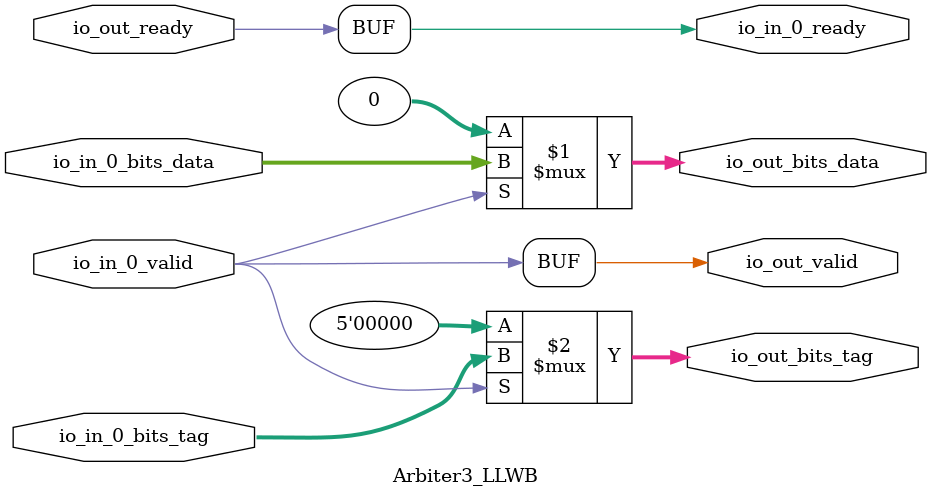
<source format=sv>
module Arbiter3_LLWB(	// @[src/main/scala/chisel3/util/Arbiter.scala:133:7]
  output        io_in_0_ready,	// @[src/main/scala/chisel3/util/Arbiter.scala:140:14]
  input         io_in_0_valid,	// @[src/main/scala/chisel3/util/Arbiter.scala:140:14]
  input  [31:0] io_in_0_bits_data,	// @[src/main/scala/chisel3/util/Arbiter.scala:140:14]
  input  [4:0]  io_in_0_bits_tag,	// @[src/main/scala/chisel3/util/Arbiter.scala:140:14]
  input         io_out_ready,	// @[src/main/scala/chisel3/util/Arbiter.scala:140:14]
  output        io_out_valid,	// @[src/main/scala/chisel3/util/Arbiter.scala:140:14]
  output [31:0] io_out_bits_data,	// @[src/main/scala/chisel3/util/Arbiter.scala:140:14]
  output [4:0]  io_out_bits_tag	// @[src/main/scala/chisel3/util/Arbiter.scala:140:14]
);

  assign io_in_0_ready = io_out_ready;	// @[src/main/scala/chisel3/util/Arbiter.scala:133:7]
  assign io_out_valid = io_in_0_valid;	// @[src/main/scala/chisel3/util/Arbiter.scala:133:7]
  assign io_out_bits_data = io_in_0_valid ? io_in_0_bits_data : 32'h0;	// @[src/main/scala/chisel3/util/Arbiter.scala:133:7, :140:14, :143:15, :145:26, :147:19]
  assign io_out_bits_tag = io_in_0_valid ? io_in_0_bits_tag : 5'h0;	// @[src/main/scala/chisel3/util/Arbiter.scala:133:7, :140:14, :143:15, :145:26, :147:19]
endmodule


</source>
